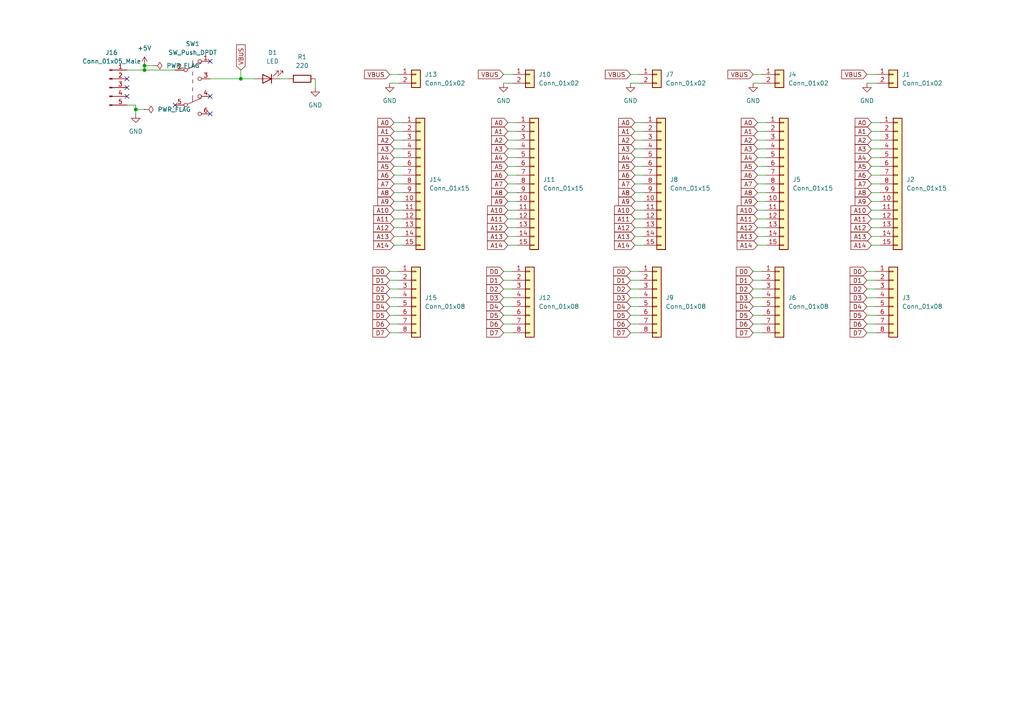
<source format=kicad_sch>
(kicad_sch (version 20211123) (generator eeschema)
  (paper "A4")
  (lib_symbols
    (symbol "Connector:Conn_01x05_Male" (pin_names (offset 1.016) hide)
      (property "Reference" "J" (at 0 7.62 0))
      (property "Value" "Conn_01x05_Male" (at 0 -7.62 0))
      (symbol "Conn_01x05_Male_1_1"
        (polyline (pts (xy 1.27 -5.08) (xy 0.8636 -5.08)) (stroke (width 0.1524)))
        (polyline (pts (xy 1.27 -2.54) (xy 0.8636 -2.54)) (stroke (width 0.1524)))
        (polyline (pts (xy 1.27 0) (xy 0.8636 0)) (stroke (width 0.1524)))
        (polyline (pts (xy 1.27 2.54) (xy 0.8636 2.54)) (stroke (width 0.1524)))
        (polyline (pts (xy 1.27 5.08) (xy 0.8636 5.08)) (stroke (width 0.1524)))
        (rectangle (start 0.8636 -4.953) (end 0 -5.207) (stroke (width 0.1524)) (fill (type outline)))
        (rectangle (start 0.8636 -2.413) (end 0 -2.667) (stroke (width 0.1524)) (fill (type outline)))
        (rectangle (start 0.8636 0.127) (end 0 -0.127) (stroke (width 0.1524)) (fill (type outline)))
        (rectangle (start 0.8636 2.667) (end 0 2.413) (stroke (width 0.1524)) (fill (type outline)))
        (rectangle (start 0.8636 5.207) (end 0 4.953) (stroke (width 0.1524)) (fill (type outline)))
        (pin passive line (at 5.08 5.08 180) (length 3.81) (name "Pin_1") (number "1"))
        (pin passive line (at 5.08 2.54 180) (length 3.81) (name "Pin_2") (number "2"))
        (pin passive line (at 5.08 0 180) (length 3.81) (name "Pin_3") (number "3"))
        (pin passive line (at 5.08 -2.54 180) (length 3.81) (name "Pin_4") (number "4"))
        (pin passive line (at 5.08 -5.08 180) (length 3.81) (name "Pin_5") (number "5"))
      )
    )
    (symbol "Connector_Generic:Conn_01x02" (pin_names (offset 1.016) hide)
      (property "Reference" "J" (at 0 2.54 0))
      (property "Value" "Conn_01x02" (at 0 -5.08 0))
      (symbol "Conn_01x02_1_1"
        (rectangle (start -1.27 -2.413) (end 0 -2.667) (stroke (width 0.1524)))
        (rectangle (start -1.27 0.127) (end 0 -0.127) (stroke (width 0.1524)))
        (rectangle (start -1.27 1.27) (end 1.27 -3.81) (stroke (width 0.254)) (fill (type background)))
        (pin passive line (at -5.08 0 0) (length 3.81) (name "Pin_1") (number "1"))
        (pin passive line (at -5.08 -2.54 0) (length 3.81) (name "Pin_2") (number "2"))
      )
    )
    (symbol "Connector_Generic:Conn_01x08" (pin_names (offset 1.016) hide)
      (property "Reference" "J" (at 0 10.16 0))
      (property "Value" "Conn_01x08" (at 0 -12.7 0))
      (symbol "Conn_01x08_1_1"
        (rectangle (start -1.27 -10.033) (end 0 -10.287) (stroke (width 0.1524)))
        (rectangle (start -1.27 -7.493) (end 0 -7.747) (stroke (width 0.1524)))
        (rectangle (start -1.27 -4.953) (end 0 -5.207) (stroke (width 0.1524)))
        (rectangle (start -1.27 -2.413) (end 0 -2.667) (stroke (width 0.1524)))
        (rectangle (start -1.27 0.127) (end 0 -0.127) (stroke (width 0.1524)))
        (rectangle (start -1.27 2.667) (end 0 2.413) (stroke (width 0.1524)))
        (rectangle (start -1.27 5.207) (end 0 4.953) (stroke (width 0.1524)))
        (rectangle (start -1.27 7.747) (end 0 7.493) (stroke (width 0.1524)))
        (rectangle (start -1.27 8.89) (end 1.27 -11.43) (stroke (width 0.254)) (fill (type background)))
        (pin passive line (at -5.08 7.62 0) (length 3.81) (name "Pin_1") (number "1"))
        (pin passive line (at -5.08 5.08 0) (length 3.81) (name "Pin_2") (number "2"))
        (pin passive line (at -5.08 2.54 0) (length 3.81) (name "Pin_3") (number "3"))
        (pin passive line (at -5.08 0 0) (length 3.81) (name "Pin_4") (number "4"))
        (pin passive line (at -5.08 -2.54 0) (length 3.81) (name "Pin_5") (number "5"))
        (pin passive line (at -5.08 -5.08 0) (length 3.81) (name "Pin_6") (number "6"))
        (pin passive line (at -5.08 -7.62 0) (length 3.81) (name "Pin_7") (number "7"))
        (pin passive line (at -5.08 -10.16 0) (length 3.81) (name "Pin_8") (number "8"))
      )
    )
    (symbol "Connector_Generic:Conn_01x15" (pin_names (offset 1.016) hide)
      (property "Reference" "J" (at 0 20.32 0))
      (property "Value" "Conn_01x15" (at 0 -20.32 0))
      (symbol "Conn_01x15_1_1"
        (rectangle (start -1.27 -17.653) (end 0 -17.907) (stroke (width 0.1524)))
        (rectangle (start -1.27 -15.113) (end 0 -15.367) (stroke (width 0.1524)))
        (rectangle (start -1.27 -12.573) (end 0 -12.827) (stroke (width 0.1524)))
        (rectangle (start -1.27 -10.033) (end 0 -10.287) (stroke (width 0.1524)))
        (rectangle (start -1.27 -7.493) (end 0 -7.747) (stroke (width 0.1524)))
        (rectangle (start -1.27 -4.953) (end 0 -5.207) (stroke (width 0.1524)))
        (rectangle (start -1.27 -2.413) (end 0 -2.667) (stroke (width 0.1524)))
        (rectangle (start -1.27 0.127) (end 0 -0.127) (stroke (width 0.1524)))
        (rectangle (start -1.27 2.667) (end 0 2.413) (stroke (width 0.1524)))
        (rectangle (start -1.27 5.207) (end 0 4.953) (stroke (width 0.1524)))
        (rectangle (start -1.27 7.747) (end 0 7.493) (stroke (width 0.1524)))
        (rectangle (start -1.27 10.287) (end 0 10.033) (stroke (width 0.1524)))
        (rectangle (start -1.27 12.827) (end 0 12.573) (stroke (width 0.1524)))
        (rectangle (start -1.27 15.367) (end 0 15.113) (stroke (width 0.1524)))
        (rectangle (start -1.27 17.907) (end 0 17.653) (stroke (width 0.1524)))
        (rectangle (start -1.27 19.05) (end 1.27 -19.05) (stroke (width 0.254)) (fill (type background)))
        (pin passive line (at -5.08 17.78 0) (length 3.81) (name "Pin_1") (number "1"))
        (pin passive line (at -5.08 -5.08 0) (length 3.81) (name "Pin_10") (number "10"))
        (pin passive line (at -5.08 -7.62 0) (length 3.81) (name "Pin_11") (number "11"))
        (pin passive line (at -5.08 -10.16 0) (length 3.81) (name "Pin_12") (number "12"))
        (pin passive line (at -5.08 -12.7 0) (length 3.81) (name "Pin_13") (number "13"))
        (pin passive line (at -5.08 -15.24 0) (length 3.81) (name "Pin_14") (number "14"))
        (pin passive line (at -5.08 -17.78 0) (length 3.81) (name "Pin_15") (number "15"))
        (pin passive line (at -5.08 15.24 0) (length 3.81) (name "Pin_2") (number "2"))
        (pin passive line (at -5.08 12.7 0) (length 3.81) (name "Pin_3") (number "3"))
        (pin passive line (at -5.08 10.16 0) (length 3.81) (name "Pin_4") (number "4"))
        (pin passive line (at -5.08 7.62 0) (length 3.81) (name "Pin_5") (number "5"))
        (pin passive line (at -5.08 5.08 0) (length 3.81) (name "Pin_6") (number "6"))
        (pin passive line (at -5.08 2.54 0) (length 3.81) (name "Pin_7") (number "7"))
        (pin passive line (at -5.08 0 0) (length 3.81) (name "Pin_8") (number "8"))
        (pin passive line (at -5.08 -2.54 0) (length 3.81) (name "Pin_9") (number "9"))
      )
    )
    (symbol "Device:LED" (pin_numbers hide) (pin_names (offset 1.016) hide)
      (property "Reference" "D" (at 0 2.54 0))
      (property "Value" "LED" (at 0 -2.54 0))
      (symbol "LED_0_1"
        (polyline (pts (xy -1.27 -1.27) (xy -1.27 1.27)) (stroke (width 0.254)))
        (polyline (pts (xy -1.27 0) (xy 1.27 0)))
        (polyline (pts (xy 1.27 -1.27) (xy 1.27 1.27) (xy -1.27 0) (xy 1.27 -1.27)) (stroke (width 0.254)))
        (polyline (pts (xy -3.048 -0.762) (xy -4.572 -2.286) (xy -3.81 -2.286) (xy -4.572 -2.286) (xy -4.572 -1.524)))
        (polyline (pts (xy -1.778 -0.762) (xy -3.302 -2.286) (xy -2.54 -2.286) (xy -3.302 -2.286) (xy -3.302 -1.524)))
      )
      (symbol "LED_1_1"
        (pin passive line (at -3.81 0 0) (length 2.54) (name "K") (number "1"))
        (pin passive line (at 3.81 0 180) (length 2.54) (name "A") (number "2"))
      )
    )
    (symbol "Device:R" (pin_numbers hide) (pin_names (offset 0))
      (property "Reference" "R" (at 2.032 0 90))
      (property "Value" "R" (at 0 0 90))
      (symbol "R_0_1"
        (rectangle (start -1.016 -2.54) (end 1.016 2.54) (stroke (width 0.254)))
      )
      (symbol "R_1_1"
        (pin passive line (at 0 3.81 270) (length 1.27) (name "~") (number "1"))
        (pin passive line (at 0 -3.81 90) (length 1.27) (name "~") (number "2"))
      )
    )
    (symbol "Switch:SW_Push_DPDT" (pin_names (offset 0) hide)
      (property "Reference" "SW" (at 0 8.89 0))
      (property "Value" "SW_Push_DPDT" (at 0 -10.16 0))
      (symbol "SW_Push_DPDT_0_0"
        (circle (center -2.032 -5.08) (radius 0.508))
        (circle (center -2.032 5.08) (radius 0.508))
        (circle (center 2.032 -7.62) (radius 0.508))
        (circle (center 2.032 2.54) (radius 0.508))
      )
      (symbol "SW_Push_DPDT_0_1"
        (polyline (pts (xy -1.524 -4.826) (xy 2.54 -3.048)))
        (polyline (pts (xy -1.524 5.334) (xy 2.54 7.112)))
        (polyline (pts (xy 0 -2.286) (xy 0 -4.064)))
        (polyline (pts (xy 0 -1.016) (xy 0 0)))
        (polyline (pts (xy 0 1.27) (xy 0 2.286)))
        (polyline (pts (xy 0 3.556) (xy 0 4.572)))
        (polyline (pts (xy 0 7.874) (xy 0 6.096)))
        (circle (center 2.032 -2.54) (radius 0.508))
        (circle (center 2.032 7.62) (radius 0.508))
      )
      (symbol "SW_Push_DPDT_1_1"
        (pin passive line (at 5.08 7.62 180) (length 2.54) (name "A") (number "1"))
        (pin passive line (at -5.08 5.08 0) (length 2.54) (name "B") (number "2"))
        (pin passive line (at 5.08 2.54 180) (length 2.54) (name "C") (number "3"))
        (pin passive line (at 5.08 -2.54 180) (length 2.54) (name "A") (number "4"))
        (pin passive line (at -5.08 -5.08 0) (length 2.54) (name "B") (number "5"))
        (pin passive line (at 5.08 -7.62 180) (length 2.54) (name "C") (number "6"))
      )
    )
    (symbol "power:+5V" (power) (pin_names (offset 0))
      (property "Value" "+5V" (at 0 3.556 0))
      (symbol "+5V_0_1"
        (polyline (pts (xy -0.762 1.27) (xy 0 2.54)))
        (polyline (pts (xy 0 0) (xy 0 2.54)))
        (polyline (pts (xy 0 2.54) (xy 0.762 1.27)))
      )
      (symbol "+5V_1_1"
        (pin power_in line (at 0 0 90) (length 0) hide (name "+5V") (number "1"))
      )
    )
    (symbol "power:GND" (power) (pin_names (offset 0))
      (property "Value" "GND" (at 0 -3.81 0))
      (symbol "GND_0_1"
        (polyline (pts (xy 0 0) (xy 0 -1.27) (xy 1.27 -1.27) (xy 0 -2.54) (xy -1.27 -1.27) (xy 0 -1.27)))
      )
      (symbol "GND_1_1"
        (pin power_in line (at 0 0 270) (length 0) hide (name "GND") (number "1"))
      )
    )
    (symbol "power:PWR_FLAG" (power) (pin_numbers hide) (pin_names (offset 0) hide)
      (property "Value" "PWR_FLAG" (at 0 3.81 0))
      (symbol "PWR_FLAG_0_0"
        (pin power_out line (at 0 0 90) (length 0) (name "pwr") (number "1"))
      )
      (symbol "PWR_FLAG_0_1"
        (polyline (pts (xy 0 0) (xy 0 1.27) (xy -1.016 1.905) (xy 0 2.54) (xy 1.016 1.905) (xy 0 1.27)))
      )
    )
  )
  (junction (at 41.91 20.32))
  (junction (at 41.91 19.05))
  (junction (at 69.85 22.86))
  (junction (at 39.37 31.75))
  (no_connect (at 50.8 30.48))
  (no_connect (at 60.96 33.02))
  (no_connect (at 60.96 27.94))
  (no_connect (at 60.96 17.78))
  (no_connect (at 36.83 27.94))
  (no_connect (at 36.83 22.86))
  (no_connect (at 36.83 25.4))
  (wire (pts (xy 218.44 83.82) (xy 220.98 83.82)))
  (wire (pts (xy 146.05 83.82) (xy 148.59 83.82)))
  (wire (pts (xy 114.3 63.5) (xy 116.84 63.5)))
  (wire (pts (xy 147.32 40.64) (xy 149.86 40.64)))
  (wire (pts (xy 251.46 91.44) (xy 254 91.44)))
  (wire (pts (xy 113.03 21.59) (xy 115.57 21.59)))
  (wire (pts (xy 252.73 48.26) (xy 255.27 48.26)))
  (wire (pts (xy 184.15 71.12) (xy 186.69 71.12)))
  (wire (pts (xy 147.32 50.8) (xy 149.86 50.8)))
  (wire (pts (xy 182.88 93.98) (xy 185.42 93.98)))
  (wire (pts (xy 147.32 66.04) (xy 149.86 66.04)))
  (wire (pts (xy 39.37 31.75) (xy 41.91 31.75)))
  (wire (pts (xy 114.3 45.72) (xy 116.84 45.72)))
  (wire (pts (xy 182.88 81.28) (xy 185.42 81.28)))
  (wire (pts (xy 114.3 35.56) (xy 116.84 35.56)))
  (wire (pts (xy 184.15 60.96) (xy 186.69 60.96)))
  (wire (pts (xy 114.3 55.88) (xy 116.84 55.88)))
  (wire (pts (xy 69.85 20.32) (xy 69.85 22.86)))
  (wire (pts (xy 252.73 68.58) (xy 255.27 68.58)))
  (wire (pts (xy 184.15 53.34) (xy 186.69 53.34)))
  (wire (pts (xy 218.44 78.74) (xy 220.98 78.74)))
  (wire (pts (xy 114.3 38.1) (xy 116.84 38.1)))
  (wire (pts (xy 252.73 38.1) (xy 255.27 38.1)))
  (wire (pts (xy 219.71 38.1) (xy 222.25 38.1)))
  (wire (pts (xy 184.15 66.04) (xy 186.69 66.04)))
  (wire (pts (xy 219.71 58.42) (xy 222.25 58.42)))
  (wire (pts (xy 113.03 96.52) (xy 115.57 96.52)))
  (wire (pts (xy 41.91 19.05) (xy 44.45 19.05)))
  (wire (pts (xy 113.03 93.98) (xy 115.57 93.98)))
  (wire (pts (xy 113.03 83.82) (xy 115.57 83.82)))
  (wire (pts (xy 184.15 40.64) (xy 186.69 40.64)))
  (wire (pts (xy 219.71 45.72) (xy 222.25 45.72)))
  (wire (pts (xy 182.88 88.9) (xy 185.42 88.9)))
  (wire (pts (xy 219.71 50.8) (xy 222.25 50.8)))
  (wire (pts (xy 219.71 43.18) (xy 222.25 43.18)))
  (wire (pts (xy 39.37 31.75) (xy 39.37 33.02)))
  (wire (pts (xy 252.73 55.88) (xy 255.27 55.88)))
  (wire (pts (xy 147.32 55.88) (xy 149.86 55.88)))
  (wire (pts (xy 184.15 48.26) (xy 186.69 48.26)))
  (wire (pts (xy 252.73 58.42) (xy 255.27 58.42)))
  (wire (pts (xy 251.46 83.82) (xy 254 83.82)))
  (wire (pts (xy 219.71 40.64) (xy 222.25 40.64)))
  (wire (pts (xy 219.71 68.58) (xy 222.25 68.58)))
  (wire (pts (xy 219.71 53.34) (xy 222.25 53.34)))
  (wire (pts (xy 252.73 60.96) (xy 255.27 60.96)))
  (wire (pts (xy 114.3 71.12) (xy 116.84 71.12)))
  (wire (pts (xy 251.46 88.9) (xy 254 88.9)))
  (wire (pts (xy 114.3 50.8) (xy 116.84 50.8)))
  (wire (pts (xy 146.05 24.13) (xy 148.59 24.13)))
  (wire (pts (xy 184.15 45.72) (xy 186.69 45.72)))
  (wire (pts (xy 182.88 24.13) (xy 185.42 24.13)))
  (wire (pts (xy 146.05 96.52) (xy 148.59 96.52)))
  (wire (pts (xy 146.05 86.36) (xy 148.59 86.36)))
  (wire (pts (xy 218.44 93.98) (xy 220.98 93.98)))
  (wire (pts (xy 218.44 96.52) (xy 220.98 96.52)))
  (wire (pts (xy 218.44 91.44) (xy 220.98 91.44)))
  (wire (pts (xy 113.03 24.13) (xy 115.57 24.13)))
  (wire (pts (xy 81.28 22.86) (xy 83.82 22.86)))
  (wire (pts (xy 147.32 35.56) (xy 149.86 35.56)))
  (wire (pts (xy 184.15 63.5) (xy 186.69 63.5)))
  (wire (pts (xy 251.46 21.59) (xy 254 21.59)))
  (wire (pts (xy 114.3 40.64) (xy 116.84 40.64)))
  (wire (pts (xy 182.88 78.74) (xy 185.42 78.74)))
  (wire (pts (xy 113.03 91.44) (xy 115.57 91.44)))
  (wire (pts (xy 219.71 48.26) (xy 222.25 48.26)))
  (wire (pts (xy 252.73 50.8) (xy 255.27 50.8)))
  (wire (pts (xy 113.03 88.9) (xy 115.57 88.9)))
  (wire (pts (xy 147.32 60.96) (xy 149.86 60.96)))
  (wire (pts (xy 252.73 53.34) (xy 255.27 53.34)))
  (wire (pts (xy 146.05 91.44) (xy 148.59 91.44)))
  (wire (pts (xy 184.15 38.1) (xy 186.69 38.1)))
  (wire (pts (xy 251.46 86.36) (xy 254 86.36)))
  (wire (pts (xy 252.73 45.72) (xy 255.27 45.72)))
  (wire (pts (xy 184.15 43.18) (xy 186.69 43.18)))
  (wire (pts (xy 41.91 20.32) (xy 50.8 20.32)))
  (wire (pts (xy 251.46 93.98) (xy 254 93.98)))
  (wire (pts (xy 184.15 68.58) (xy 186.69 68.58)))
  (wire (pts (xy 146.05 81.28) (xy 148.59 81.28)))
  (wire (pts (xy 184.15 50.8) (xy 186.69 50.8)))
  (wire (pts (xy 218.44 21.59) (xy 220.98 21.59)))
  (wire (pts (xy 251.46 24.13) (xy 254 24.13)))
  (wire (pts (xy 184.15 58.42) (xy 186.69 58.42)))
  (wire (pts (xy 113.03 81.28) (xy 115.57 81.28)))
  (wire (pts (xy 218.44 24.13) (xy 220.98 24.13)))
  (wire (pts (xy 146.05 88.9) (xy 148.59 88.9)))
  (wire (pts (xy 114.3 66.04) (xy 116.84 66.04)))
  (wire (pts (xy 184.15 55.88) (xy 186.69 55.88)))
  (wire (pts (xy 251.46 78.74) (xy 254 78.74)))
  (wire (pts (xy 36.83 20.32) (xy 41.91 20.32)))
  (wire (pts (xy 146.05 21.59) (xy 148.59 21.59)))
  (wire (pts (xy 114.3 58.42) (xy 116.84 58.42)))
  (wire (pts (xy 147.32 63.5) (xy 149.86 63.5)))
  (wire (pts (xy 219.71 60.96) (xy 222.25 60.96)))
  (wire (pts (xy 252.73 43.18) (xy 255.27 43.18)))
  (wire (pts (xy 91.44 22.86) (xy 91.44 25.4)))
  (wire (pts (xy 147.32 53.34) (xy 149.86 53.34)))
  (wire (pts (xy 218.44 81.28) (xy 220.98 81.28)))
  (wire (pts (xy 252.73 40.64) (xy 255.27 40.64)))
  (wire (pts (xy 184.15 35.56) (xy 186.69 35.56)))
  (wire (pts (xy 219.71 66.04) (xy 222.25 66.04)))
  (wire (pts (xy 39.37 30.48) (xy 39.37 31.75)))
  (wire (pts (xy 252.73 71.12) (xy 255.27 71.12)))
  (wire (pts (xy 219.71 35.56) (xy 222.25 35.56)))
  (wire (pts (xy 252.73 63.5) (xy 255.27 63.5)))
  (wire (pts (xy 113.03 86.36) (xy 115.57 86.36)))
  (wire (pts (xy 147.32 45.72) (xy 149.86 45.72)))
  (wire (pts (xy 252.73 66.04) (xy 255.27 66.04)))
  (wire (pts (xy 146.05 78.74) (xy 148.59 78.74)))
  (wire (pts (xy 147.32 71.12) (xy 149.86 71.12)))
  (wire (pts (xy 114.3 68.58) (xy 116.84 68.58)))
  (wire (pts (xy 252.73 35.56) (xy 255.27 35.56)))
  (wire (pts (xy 147.32 48.26) (xy 149.86 48.26)))
  (wire (pts (xy 114.3 43.18) (xy 116.84 43.18)))
  (wire (pts (xy 113.03 78.74) (xy 115.57 78.74)))
  (wire (pts (xy 114.3 60.96) (xy 116.84 60.96)))
  (wire (pts (xy 251.46 81.28) (xy 254 81.28)))
  (wire (pts (xy 182.88 91.44) (xy 185.42 91.44)))
  (wire (pts (xy 219.71 55.88) (xy 222.25 55.88)))
  (wire (pts (xy 147.32 38.1) (xy 149.86 38.1)))
  (wire (pts (xy 182.88 86.36) (xy 185.42 86.36)))
  (wire (pts (xy 182.88 96.52) (xy 185.42 96.52)))
  (wire (pts (xy 147.32 43.18) (xy 149.86 43.18)))
  (wire (pts (xy 218.44 88.9) (xy 220.98 88.9)))
  (wire (pts (xy 146.05 93.98) (xy 148.59 93.98)))
  (wire (pts (xy 182.88 21.59) (xy 185.42 21.59)))
  (wire (pts (xy 147.32 68.58) (xy 149.86 68.58)))
  (wire (pts (xy 36.83 30.48) (xy 39.37 30.48)))
  (wire (pts (xy 60.96 22.86) (xy 69.85 22.86)))
  (wire (pts (xy 182.88 83.82) (xy 185.42 83.82)))
  (wire (pts (xy 114.3 53.34) (xy 116.84 53.34)))
  (wire (pts (xy 114.3 48.26) (xy 116.84 48.26)))
  (wire (pts (xy 69.85 22.86) (xy 73.66 22.86)))
  (wire (pts (xy 41.91 19.05) (xy 41.91 20.32)))
  (wire (pts (xy 219.71 71.12) (xy 222.25 71.12)))
  (wire (pts (xy 219.71 63.5) (xy 222.25 63.5)))
  (wire (pts (xy 251.46 96.52) (xy 254 96.52)))
  (wire (pts (xy 218.44 86.36) (xy 220.98 86.36)))
  (wire (pts (xy 147.32 58.42) (xy 149.86 58.42)))
  (global_label "A0" (shape input) (at 252.73 35.56 180) (property "Intersheet References" "${INTERSHEET_REFS}" (effects hide)))
  (global_label "A2" (shape input) (at 219.71 40.64 180) (property "Intersheet References" "${INTERSHEET_REFS}" (effects hide)))
  (global_label "D5" (shape input) (at 251.46 91.44 180) (property "Intersheet References" "${INTERSHEET_REFS}" (effects hide)))
  (global_label "D2" (shape input) (at 251.46 83.82 180) (property "Intersheet References" "${INTERSHEET_REFS}" (effects hide)))
  (global_label "D0" (shape input) (at 182.88 78.74 180) (property "Intersheet References" "${INTERSHEET_REFS}" (effects hide)))
  (global_label "D3" (shape input) (at 113.03 86.36 180) (property "Intersheet References" "${INTERSHEET_REFS}" (effects hide)))
  (global_label "A14" (shape input) (at 114.3 71.12 180) (property "Intersheet References" "${INTERSHEET_REFS}" (effects hide)))
  (global_label "A11" (shape input) (at 114.3 63.5 180) (property "Intersheet References" "${INTERSHEET_REFS}" (effects hide)))
  (global_label "VBUS" (shape input) (at 69.85 20.32 90) (property "Intersheet References" "${INTERSHEET_REFS}" (effects hide)))
  (global_label "D6" (shape input) (at 113.03 93.98 180) (property "Intersheet References" "${INTERSHEET_REFS}" (effects hide)))
  (global_label "D5" (shape input) (at 146.05 91.44 180) (property "Intersheet References" "${INTERSHEET_REFS}" (effects hide)))
  (global_label "A14" (shape input) (at 219.71 71.12 180) (property "Intersheet References" "${INTERSHEET_REFS}" (effects hide)))
  (global_label "A9" (shape input) (at 147.32 58.42 180) (property "Intersheet References" "${INTERSHEET_REFS}" (effects hide)))
  (global_label "D1" (shape input) (at 251.46 81.28 180) (property "Intersheet References" "${INTERSHEET_REFS}" (effects hide)))
  (global_label "D2" (shape input) (at 146.05 83.82 180) (property "Intersheet References" "${INTERSHEET_REFS}" (effects hide)))
  (global_label "A13" (shape input) (at 219.71 68.58 180) (property "Intersheet References" "${INTERSHEET_REFS}" (effects hide)))
  (global_label "A1" (shape input) (at 219.71 38.1 180) (property "Intersheet References" "${INTERSHEET_REFS}" (effects hide)))
  (global_label "A4" (shape input) (at 252.73 45.72 180) (property "Intersheet References" "${INTERSHEET_REFS}" (effects hide)))
  (global_label "D1" (shape input) (at 113.03 81.28 180) (property "Intersheet References" "${INTERSHEET_REFS}" (effects hide)))
  (global_label "A4" (shape input) (at 184.15 45.72 180) (property "Intersheet References" "${INTERSHEET_REFS}" (effects hide)))
  (global_label "D7" (shape input) (at 182.88 96.52 180) (property "Intersheet References" "${INTERSHEET_REFS}" (effects hide)))
  (global_label "A1" (shape input) (at 114.3 38.1 180) (property "Intersheet References" "${INTERSHEET_REFS}" (effects hide)))
  (global_label "A8" (shape input) (at 219.71 55.88 180) (property "Intersheet References" "${INTERSHEET_REFS}" (effects hide)))
  (global_label "D0" (shape input) (at 251.46 78.74 180) (property "Intersheet References" "${INTERSHEET_REFS}" (effects hide)))
  (global_label "A11" (shape input) (at 252.73 63.5 180) (property "Intersheet References" "${INTERSHEET_REFS}" (effects hide)))
  (global_label "VBUS" (shape input) (at 182.88 21.59 180) (property "Intersheet References" "${INTERSHEET_REFS}" (effects hide)))
  (global_label "D5" (shape input) (at 182.88 91.44 180) (property "Intersheet References" "${INTERSHEET_REFS}" (effects hide)))
  (global_label "A6" (shape input) (at 252.73 50.8 180) (property "Intersheet References" "${INTERSHEET_REFS}" (effects hide)))
  (global_label "D4" (shape input) (at 218.44 88.9 180) (property "Intersheet References" "${INTERSHEET_REFS}" (effects hide)))
  (global_label "A14" (shape input) (at 252.73 71.12 180) (property "Intersheet References" "${INTERSHEET_REFS}" (effects hide)))
  (global_label "A8" (shape input) (at 252.73 55.88 180) (property "Intersheet References" "${INTERSHEET_REFS}" (effects hide)))
  (global_label "D6" (shape input) (at 146.05 93.98 180) (property "Intersheet References" "${INTERSHEET_REFS}" (effects hide)))
  (global_label "A0" (shape input) (at 147.32 35.56 180) (property "Intersheet References" "${INTERSHEET_REFS}" (effects hide)))
  (global_label "A10" (shape input) (at 219.71 60.96 180) (property "Intersheet References" "${INTERSHEET_REFS}" (effects hide)))
  (global_label "D3" (shape input) (at 218.44 86.36 180) (property "Intersheet References" "${INTERSHEET_REFS}" (effects hide)))
  (global_label "A10" (shape input) (at 114.3 60.96 180) (property "Intersheet References" "${INTERSHEET_REFS}" (effects hide)))
  (global_label "A7" (shape input) (at 114.3 53.34 180) (property "Intersheet References" "${INTERSHEET_REFS}" (effects hide)))
  (global_label "D7" (shape input) (at 113.03 96.52 180) (property "Intersheet References" "${INTERSHEET_REFS}" (effects hide)))
  (global_label "VBUS" (shape input) (at 113.03 21.59 180) (property "Intersheet References" "${INTERSHEET_REFS}" (effects hide)))
  (global_label "A6" (shape input) (at 184.15 50.8 180) (property "Intersheet References" "${INTERSHEET_REFS}" (effects hide)))
  (global_label "A1" (shape input) (at 184.15 38.1 180) (property "Intersheet References" "${INTERSHEET_REFS}" (effects hide)))
  (global_label "A11" (shape input) (at 147.32 63.5 180) (property "Intersheet References" "${INTERSHEET_REFS}" (effects hide)))
  (global_label "D4" (shape input) (at 113.03 88.9 180) (property "Intersheet References" "${INTERSHEET_REFS}" (effects hide)))
  (global_label "A0" (shape input) (at 219.71 35.56 180) (property "Intersheet References" "${INTERSHEET_REFS}" (effects hide)))
  (global_label "VBUS" (shape input) (at 146.05 21.59 180) (property "Intersheet References" "${INTERSHEET_REFS}" (effects hide)))
  (global_label "D4" (shape input) (at 182.88 88.9 180) (property "Intersheet References" "${INTERSHEET_REFS}" (effects hide)))
  (global_label "A5" (shape input) (at 147.32 48.26 180) (property "Intersheet References" "${INTERSHEET_REFS}" (effects hide)))
  (global_label "D0" (shape input) (at 146.05 78.74 180) (property "Intersheet References" "${INTERSHEET_REFS}" (effects hide)))
  (global_label "A7" (shape input) (at 184.15 53.34 180) (property "Intersheet References" "${INTERSHEET_REFS}" (effects hide)))
  (global_label "A1" (shape input) (at 252.73 38.1 180) (property "Intersheet References" "${INTERSHEET_REFS}" (effects hide)))
  (global_label "D3" (shape input) (at 182.88 86.36 180) (property "Intersheet References" "${INTERSHEET_REFS}" (effects hide)))
  (global_label "D1" (shape input) (at 218.44 81.28 180) (property "Intersheet References" "${INTERSHEET_REFS}" (effects hide)))
  (global_label "A12" (shape input) (at 184.15 66.04 180) (property "Intersheet References" "${INTERSHEET_REFS}" (effects hide)))
  (global_label "A7" (shape input) (at 252.73 53.34 180) (property "Intersheet References" "${INTERSHEET_REFS}" (effects hide)))
  (global_label "A6" (shape input) (at 114.3 50.8 180) (property "Intersheet References" "${INTERSHEET_REFS}" (effects hide)))
  (global_label "D6" (shape input) (at 251.46 93.98 180) (property "Intersheet References" "${INTERSHEET_REFS}" (effects hide)))
  (global_label "A8" (shape input) (at 147.32 55.88 180) (property "Intersheet References" "${INTERSHEET_REFS}" (effects hide)))
  (global_label "D1" (shape input) (at 146.05 81.28 180) (property "Intersheet References" "${INTERSHEET_REFS}" (effects hide)))
  (global_label "A13" (shape input) (at 147.32 68.58 180) (property "Intersheet References" "${INTERSHEET_REFS}" (effects hide)))
  (global_label "A9" (shape input) (at 184.15 58.42 180) (property "Intersheet References" "${INTERSHEET_REFS}" (effects hide)))
  (global_label "VBUS" (shape input) (at 251.46 21.59 180) (property "Intersheet References" "${INTERSHEET_REFS}" (effects hide)))
  (global_label "A12" (shape input) (at 219.71 66.04 180) (property "Intersheet References" "${INTERSHEET_REFS}" (effects hide)))
  (global_label "D2" (shape input) (at 218.44 83.82 180) (property "Intersheet References" "${INTERSHEET_REFS}" (effects hide)))
  (global_label "A3" (shape input) (at 219.71 43.18 180) (property "Intersheet References" "${INTERSHEET_REFS}" (effects hide)))
  (global_label "A6" (shape input) (at 219.71 50.8 180) (property "Intersheet References" "${INTERSHEET_REFS}" (effects hide)))
  (global_label "D6" (shape input) (at 182.88 93.98 180) (property "Intersheet References" "${INTERSHEET_REFS}" (effects hide)))
  (global_label "D1" (shape input) (at 182.88 81.28 180) (property "Intersheet References" "${INTERSHEET_REFS}" (effects hide)))
  (global_label "A3" (shape input) (at 114.3 43.18 180) (property "Intersheet References" "${INTERSHEET_REFS}" (effects hide)))
  (global_label "D0" (shape input) (at 113.03 78.74 180) (property "Intersheet References" "${INTERSHEET_REFS}" (effects hide)))
  (global_label "D6" (shape input) (at 218.44 93.98 180) (property "Intersheet References" "${INTERSHEET_REFS}" (effects hide)))
  (global_label "D7" (shape input) (at 251.46 96.52 180) (property "Intersheet References" "${INTERSHEET_REFS}" (effects hide)))
  (global_label "A12" (shape input) (at 114.3 66.04 180) (property "Intersheet References" "${INTERSHEET_REFS}" (effects hide)))
  (global_label "D2" (shape input) (at 182.88 83.82 180) (property "Intersheet References" "${INTERSHEET_REFS}" (effects hide)))
  (global_label "A4" (shape input) (at 147.32 45.72 180) (property "Intersheet References" "${INTERSHEET_REFS}" (effects hide)))
  (global_label "A4" (shape input) (at 219.71 45.72 180) (property "Intersheet References" "${INTERSHEET_REFS}" (effects hide)))
  (global_label "A13" (shape input) (at 252.73 68.58 180) (property "Intersheet References" "${INTERSHEET_REFS}" (effects hide)))
  (global_label "A13" (shape input) (at 114.3 68.58 180) (property "Intersheet References" "${INTERSHEET_REFS}" (effects hide)))
  (global_label "A9" (shape input) (at 114.3 58.42 180) (property "Intersheet References" "${INTERSHEET_REFS}" (effects hide)))
  (global_label "A14" (shape input) (at 147.32 71.12 180) (property "Intersheet References" "${INTERSHEET_REFS}" (effects hide)))
  (global_label "A9" (shape input) (at 252.73 58.42 180) (property "Intersheet References" "${INTERSHEET_REFS}" (effects hide)))
  (global_label "A12" (shape input) (at 252.73 66.04 180) (property "Intersheet References" "${INTERSHEET_REFS}" (effects hide)))
  (global_label "D3" (shape input) (at 146.05 86.36 180) (property "Intersheet References" "${INTERSHEET_REFS}" (effects hide)))
  (global_label "A11" (shape input) (at 219.71 63.5 180) (property "Intersheet References" "${INTERSHEET_REFS}" (effects hide)))
  (global_label "A4" (shape input) (at 114.3 45.72 180) (property "Intersheet References" "${INTERSHEET_REFS}" (effects hide)))
  (global_label "A13" (shape input) (at 184.15 68.58 180) (property "Intersheet References" "${INTERSHEET_REFS}" (effects hide)))
  (global_label "A3" (shape input) (at 184.15 43.18 180) (property "Intersheet References" "${INTERSHEET_REFS}" (effects hide)))
  (global_label "A5" (shape input) (at 219.71 48.26 180) (property "Intersheet References" "${INTERSHEET_REFS}" (effects hide)))
  (global_label "VBUS" (shape input) (at 218.44 21.59 180) (property "Intersheet References" "${INTERSHEET_REFS}" (effects hide)))
  (global_label "D3" (shape input) (at 251.46 86.36 180) (property "Intersheet References" "${INTERSHEET_REFS}" (effects hide)))
  (global_label "D7" (shape input) (at 146.05 96.52 180) (property "Intersheet References" "${INTERSHEET_REFS}" (effects hide)))
  (global_label "A8" (shape input) (at 114.3 55.88 180) (property "Intersheet References" "${INTERSHEET_REFS}" (effects hide)))
  (global_label "A0" (shape input) (at 114.3 35.56 180) (property "Intersheet References" "${INTERSHEET_REFS}" (effects hide)))
  (global_label "A14" (shape input) (at 184.15 71.12 180) (property "Intersheet References" "${INTERSHEET_REFS}" (effects hide)))
  (global_label "D5" (shape input) (at 113.03 91.44 180) (property "Intersheet References" "${INTERSHEET_REFS}" (effects hide)))
  (global_label "A6" (shape input) (at 147.32 50.8 180) (property "Intersheet References" "${INTERSHEET_REFS}" (effects hide)))
  (global_label "A3" (shape input) (at 252.73 43.18 180) (property "Intersheet References" "${INTERSHEET_REFS}" (effects hide)))
  (global_label "D7" (shape input) (at 218.44 96.52 180) (property "Intersheet References" "${INTERSHEET_REFS}" (effects hide)))
  (global_label "A12" (shape input) (at 147.32 66.04 180) (property "Intersheet References" "${INTERSHEET_REFS}" (effects hide)))
  (global_label "D2" (shape input) (at 113.03 83.82 180) (property "Intersheet References" "${INTERSHEET_REFS}" (effects hide)))
  (global_label "A8" (shape input) (at 184.15 55.88 180) (property "Intersheet References" "${INTERSHEET_REFS}" (effects hide)))
  (global_label "A2" (shape input) (at 184.15 40.64 180) (property "Intersheet References" "${INTERSHEET_REFS}" (effects hide)))
  (global_label "A7" (shape input) (at 147.32 53.34 180) (property "Intersheet References" "${INTERSHEET_REFS}" (effects hide)))
  (global_label "D5" (shape input) (at 218.44 91.44 180) (property "Intersheet References" "${INTERSHEET_REFS}" (effects hide)))
  (global_label "A2" (shape input) (at 252.73 40.64 180) (property "Intersheet References" "${INTERSHEET_REFS}" (effects hide)))
  (global_label "A10" (shape input) (at 147.32 60.96 180) (property "Intersheet References" "${INTERSHEET_REFS}" (effects hide)))
  (global_label "D4" (shape input) (at 146.05 88.9 180) (property "Intersheet References" "${INTERSHEET_REFS}" (effects hide)))
  (global_label "A10" (shape input) (at 252.73 60.96 180) (property "Intersheet References" "${INTERSHEET_REFS}" (effects hide)))
  (global_label "A5" (shape input) (at 114.3 48.26 180) (property "Intersheet References" "${INTERSHEET_REFS}" (effects hide)))
  (global_label "A3" (shape input) (at 147.32 43.18 180) (property "Intersheet References" "${INTERSHEET_REFS}" (effects hide)))
  (global_label "A1" (shape input) (at 147.32 38.1 180) (property "Intersheet References" "${INTERSHEET_REFS}" (effects hide)))
  (global_label "D4" (shape input) (at 251.46 88.9 180) (property "Intersheet References" "${INTERSHEET_REFS}" (effects hide)))
  (global_label "A2" (shape input) (at 147.32 40.64 180) (property "Intersheet References" "${INTERSHEET_REFS}" (effects hide)))
  (global_label "A9" (shape input) (at 219.71 58.42 180) (property "Intersheet References" "${INTERSHEET_REFS}" (effects hide)))
  (global_label "A10" (shape input) (at 184.15 60.96 180) (property "Intersheet References" "${INTERSHEET_REFS}" (effects hide)))
  (global_label "A0" (shape input) (at 184.15 35.56 180) (property "Intersheet References" "${INTERSHEET_REFS}" (effects hide)))
  (global_label "A5" (shape input) (at 252.73 48.26 180) (property "Intersheet References" "${INTERSHEET_REFS}" (effects hide)))
  (global_label "A7" (shape input) (at 219.71 53.34 180) (property "Intersheet References" "${INTERSHEET_REFS}" (effects hide)))
  (global_label "A2" (shape input) (at 114.3 40.64 180) (property "Intersheet References" "${INTERSHEET_REFS}" (effects hide)))
  (global_label "A11" (shape input) (at 184.15 63.5 180) (property "Intersheet References" "${INTERSHEET_REFS}" (effects hide)))
  (global_label "D0" (shape input) (at 218.44 78.74 180) (property "Intersheet References" "${INTERSHEET_REFS}" (effects hide)))
  (global_label "A5" (shape input) (at 184.15 48.26 180) (property "Intersheet References" "${INTERSHEET_REFS}" (effects hide)))
  (symbol (lib_id "Connector_Generic:Conn_01x15") (at 191.77 53.34 0) (unit 1)
    (property "Reference" "J8" (at 194.31 52.0699 0) (effects (justify left)))
    (property "Value" "Conn_01x15" (at 194.31 54.6099 0) (effects (justify left)))
    (property "Footprint" "Connector_PinSocket_2.54mm:PinSocket_1x15_P2.54mm_Vertical" (effects hide))
  )
  (symbol (lib_id "Connector_Generic:Conn_01x02") (at 226.06 21.59 0) (unit 1)
    (property "Reference" "J4" (at 228.6 21.5899 0) (effects (justify left)))
    (property "Value" "Conn_01x02" (at 228.6 24.1299 0) (effects (justify left)))
    (property "Footprint" "Connector_PinSocket_2.54mm:PinSocket_1x02_P2.54mm_Vertical" (effects hide))
  )
  (symbol (lib_id "Connector_Generic:Conn_01x15") (at 121.92 53.34 0) (unit 1)
    (property "Reference" "J14" (at 124.46 52.0699 0) (effects (justify left)))
    (property "Value" "Conn_01x15" (at 124.46 54.6099 0) (effects (justify left)))
    (property "Footprint" "Connector_PinSocket_2.54mm:PinSocket_1x15_P2.54mm_Vertical" (effects hide))
  )
  (symbol (lib_id "power:+5V") (at 41.91 19.05 0) (unit 1)
    (property "Reference" "#PWR0108" (effects hide))
    (property "Value" "+5V" (at 41.91 13.97 0))
  )
  (symbol (lib_id "Connector_Generic:Conn_01x02") (at 190.5 21.59 0) (unit 1)
    (property "Reference" "J7" (at 193.04 21.5899 0) (effects (justify left)))
    (property "Value" "Conn_01x02" (at 193.04 24.1299 0) (effects (justify left)))
    (property "Footprint" "Connector_PinSocket_2.54mm:PinSocket_1x02_P2.54mm_Vertical" (effects hide))
  )
  (symbol (lib_id "Device:LED") (at 77.47 22.86 180) (unit 1)
    (property "Reference" "D1" (at 79.0575 15.24 0))
    (property "Value" "LED" (at 79.0575 17.78 0))
    (property "Footprint" "LED_THT:LED_D5.0mm" (effects hide))
  )
  (symbol (lib_id "Connector_Generic:Conn_01x15") (at 227.33 53.34 0) (unit 1)
    (property "Reference" "J5" (at 229.87 52.0699 0) (effects (justify left)))
    (property "Value" "Conn_01x15" (at 229.87 54.6099 0) (effects (justify left)))
    (property "Footprint" "Connector_PinSocket_2.54mm:PinSocket_1x15_P2.54mm_Vertical" (effects hide))
  )
  (symbol (lib_id "Connector_Generic:Conn_01x08") (at 259.08 86.36 0) (unit 1)
    (property "Reference" "J3" (at 261.62 86.3599 0) (effects (justify left)))
    (property "Value" "Conn_01x08" (at 261.62 88.8999 0) (effects (justify left)))
    (property "Footprint" "Connector_PinSocket_2.54mm:PinSocket_1x08_P2.54mm_Vertical" (effects hide))
  )
  (symbol (lib_id "power:GND") (at 91.44 25.4 0) (unit 1)
    (property "Reference" "#PWR0103" (effects hide))
    (property "Value" "GND" (at 91.44 30.48 0))
  )
  (symbol (lib_id "power:GND") (at 146.05 24.13 0) (unit 1)
    (property "Reference" "#PWR0106" (effects hide))
    (property "Value" "GND" (at 146.05 29.21 0))
  )
  (symbol (lib_id "power:GND") (at 218.44 24.13 0) (unit 1)
    (property "Reference" "#PWR0104" (effects hide))
    (property "Value" "GND" (at 218.44 29.21 0))
  )
  (symbol (lib_id "Connector_Generic:Conn_01x15") (at 154.94 53.34 0) (unit 1)
    (property "Reference" "J11" (at 157.48 52.0699 0) (effects (justify left)))
    (property "Value" "Conn_01x15" (at 157.48 54.6099 0) (effects (justify left)))
    (property "Footprint" "Connector_PinSocket_2.54mm:PinSocket_1x15_P2.54mm_Vertical" (effects hide))
  )
  (symbol (lib_id "Connector_Generic:Conn_01x15") (at 260.35 53.34 0) (unit 1)
    (property "Reference" "J2" (at 262.89 52.0699 0) (effects (justify left)))
    (property "Value" "Conn_01x15" (at 262.89 54.6099 0) (effects (justify left)))
    (property "Footprint" "Connector_PinSocket_2.54mm:PinSocket_1x15_P2.54mm_Vertical" (effects hide))
  )
  (symbol (lib_id "power:GND") (at 251.46 24.13 0) (unit 1)
    (property "Reference" "#PWR0107" (effects hide))
    (property "Value" "GND" (at 251.46 29.21 0))
  )
  (symbol (lib_id "Connector_Generic:Conn_01x08") (at 226.06 86.36 0) (unit 1)
    (property "Reference" "J6" (at 228.6 86.3599 0) (effects (justify left)))
    (property "Value" "Conn_01x08" (at 228.6 88.8999 0) (effects (justify left)))
    (property "Footprint" "Connector_PinSocket_2.54mm:PinSocket_1x08_P2.54mm_Vertical" (effects hide))
  )
  (symbol (lib_id "power:PWR_FLAG") (at 44.45 19.05 270) (unit 1)
    (property "Reference" "#FLG0102" (effects hide))
    (property "Value" "PWR_FLAG" (at 48.26 19.0499 90) (effects (justify left)))
  )
  (symbol (lib_id "Connector_Generic:Conn_01x02") (at 153.67 21.59 0) (unit 1)
    (property "Reference" "J10" (at 156.21 21.5899 0) (effects (justify left)))
    (property "Value" "Conn_01x02" (at 156.21 24.1299 0) (effects (justify left)))
    (property "Footprint" "Connector_PinSocket_2.54mm:PinSocket_1x02_P2.54mm_Vertical" (effects hide))
  )
  (symbol (lib_id "power:GND") (at 182.88 24.13 0) (unit 1)
    (property "Reference" "#PWR0105" (effects hide))
    (property "Value" "GND" (at 182.88 29.21 0))
  )
  (symbol (lib_id "power:PWR_FLAG") (at 41.91 31.75 270) (unit 1)
    (property "Reference" "#FLG0101" (effects hide))
    (property "Value" "PWR_FLAG" (at 45.72 31.7499 90) (effects (justify left)))
  )
  (symbol (lib_id "Connector_Generic:Conn_01x08") (at 190.5 86.36 0) (unit 1)
    (property "Reference" "J9" (at 193.04 86.3599 0) (effects (justify left)))
    (property "Value" "Conn_01x08" (at 193.04 88.8999 0) (effects (justify left)))
    (property "Footprint" "Connector_PinSocket_2.54mm:PinSocket_1x08_P2.54mm_Vertical" (effects hide))
  )
  (symbol (lib_id "Switch:SW_Push_DPDT") (at 55.88 25.4 0) (unit 1)
    (property "Reference" "SW1" (at 55.88 12.7 0))
    (property "Value" "SW_Push_DPDT" (at 55.88 15.24 0))
    (property "Footprint" "Button_Switch_THT:SW_E-Switch_EG1271_DPDT" (effects hide))
  )
  (symbol (lib_id "Connector_Generic:Conn_01x02") (at 120.65 21.59 0) (unit 1)
    (property "Reference" "J13" (at 123.19 21.5899 0) (effects (justify left)))
    (property "Value" "Conn_01x02" (at 123.19 24.1299 0) (effects (justify left)))
    (property "Footprint" "Connector_PinSocket_2.54mm:PinSocket_1x02_P2.54mm_Vertical" (effects hide))
  )
  (symbol (lib_id "Device:R") (at 87.63 22.86 90) (unit 1)
    (property "Reference" "R1" (at 87.63 16.51 90))
    (property "Value" "220" (at 87.63 19.05 90))
    (property "Footprint" "Resistor_THT:R_Axial_DIN0309_L9.0mm_D3.2mm_P12.70mm_Horizontal" (effects hide))
  )
  (symbol (lib_id "power:GND") (at 39.37 33.02 0) (unit 1)
    (property "Reference" "#PWR0102" (effects hide))
    (property "Value" "GND" (at 39.37 38.1 0))
  )
  (symbol (lib_id "Connector_Generic:Conn_01x08") (at 153.67 86.36 0) (unit 1)
    (property "Reference" "J12" (at 156.21 86.3599 0) (effects (justify left)))
    (property "Value" "Conn_01x08" (at 156.21 88.8999 0) (effects (justify left)))
    (property "Footprint" "Connector_PinSocket_2.54mm:PinSocket_1x08_P2.54mm_Vertical" (effects hide))
  )
  (symbol (lib_id "power:GND") (at 113.03 24.13 0) (unit 1)
    (property "Reference" "#PWR0101" (effects hide))
    (property "Value" "GND" (at 113.03 29.21 0))
  )
  (symbol (lib_id "Connector_Generic:Conn_01x08") (at 120.65 86.36 0) (unit 1)
    (property "Reference" "J15" (at 123.19 86.3599 0) (effects (justify left)))
    (property "Value" "Conn_01x08" (at 123.19 88.8999 0) (effects (justify left)))
    (property "Footprint" "Connector_PinSocket_2.54mm:PinSocket_1x08_P2.54mm_Vertical" (effects hide))
  )
  (symbol (lib_id "Connector_Generic:Conn_01x02") (at 259.08 21.59 0) (unit 1)
    (property "Reference" "J1" (at 261.62 21.5899 0) (effects (justify left)))
    (property "Value" "Conn_01x02" (at 261.62 24.1299 0) (effects (justify left)))
    (property "Footprint" "Connector_PinSocket_2.54mm:PinSocket_1x02_P2.54mm_Vertical" (effects hide))
  )
  (symbol (lib_id "Connector:Conn_01x05_Male") (at 31.75 25.4 0) (unit 1)
    (property "Reference" "J16" (at 32.385 15.24 0))
    (property "Value" "Conn_01x05_Male" (at 32.385 17.78 0))
    (property "Footprint" "Connector_PinSocket_2.54mm:PinSocket_1x05_P2.54mm_Vertical" (effects hide))
  )
)
</source>
